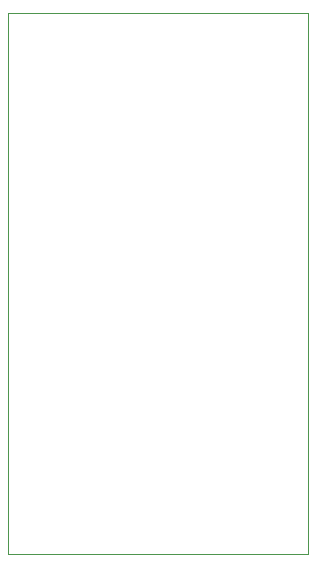
<source format=gbr>
%TF.GenerationSoftware,KiCad,Pcbnew,9.0.2*%
%TF.CreationDate,2025-10-16T21:48:54+11:00*%
%TF.ProjectId,esp32-c3-bare-bones,65737033-322d-4633-932d-626172652d62,0*%
%TF.SameCoordinates,Original*%
%TF.FileFunction,Profile,NP*%
%FSLAX46Y46*%
G04 Gerber Fmt 4.6, Leading zero omitted, Abs format (unit mm)*
G04 Created by KiCad (PCBNEW 9.0.2) date 2025-10-16 21:48:54*
%MOMM*%
%LPD*%
G01*
G04 APERTURE LIST*
%TA.AperFunction,Profile*%
%ADD10C,0.050000*%
%TD*%
G04 APERTURE END LIST*
D10*
X139000000Y-79300000D02*
X164400000Y-79300000D01*
X164400000Y-125100000D01*
X139000000Y-125100000D01*
X139000000Y-79300000D01*
M02*

</source>
